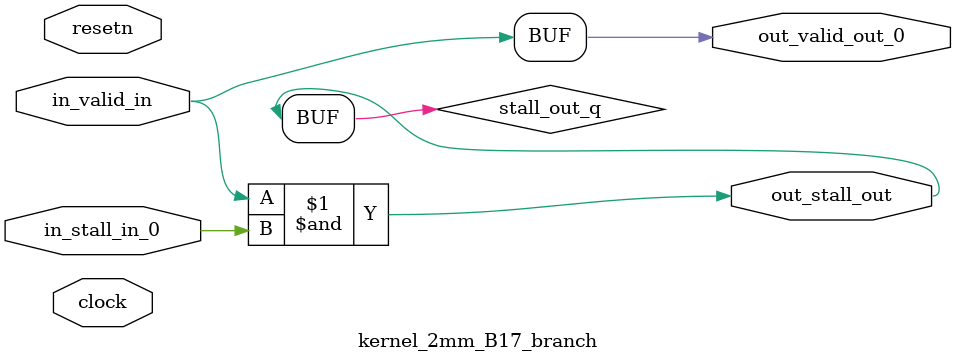
<source format=sv>



(* altera_attribute = "-name AUTO_SHIFT_REGISTER_RECOGNITION OFF; -name MESSAGE_DISABLE 10036; -name MESSAGE_DISABLE 10037; -name MESSAGE_DISABLE 14130; -name MESSAGE_DISABLE 14320; -name MESSAGE_DISABLE 15400; -name MESSAGE_DISABLE 14130; -name MESSAGE_DISABLE 10036; -name MESSAGE_DISABLE 12020; -name MESSAGE_DISABLE 12030; -name MESSAGE_DISABLE 12010; -name MESSAGE_DISABLE 12110; -name MESSAGE_DISABLE 14320; -name MESSAGE_DISABLE 13410; -name MESSAGE_DISABLE 113007; -name MESSAGE_DISABLE 10958" *)
module kernel_2mm_B17_branch (
    input wire [0:0] in_stall_in_0,
    input wire [0:0] in_valid_in,
    output wire [0:0] out_stall_out,
    output wire [0:0] out_valid_out_0,
    input wire clock,
    input wire resetn
    );

    wire [0:0] stall_out_q;


    // stall_out(LOGICAL,6)
    assign stall_out_q = in_valid_in & in_stall_in_0;

    // out_stall_out(GPOUT,4)
    assign out_stall_out = stall_out_q;

    // out_valid_out_0(GPOUT,5)
    assign out_valid_out_0 = in_valid_in;

endmodule

</source>
